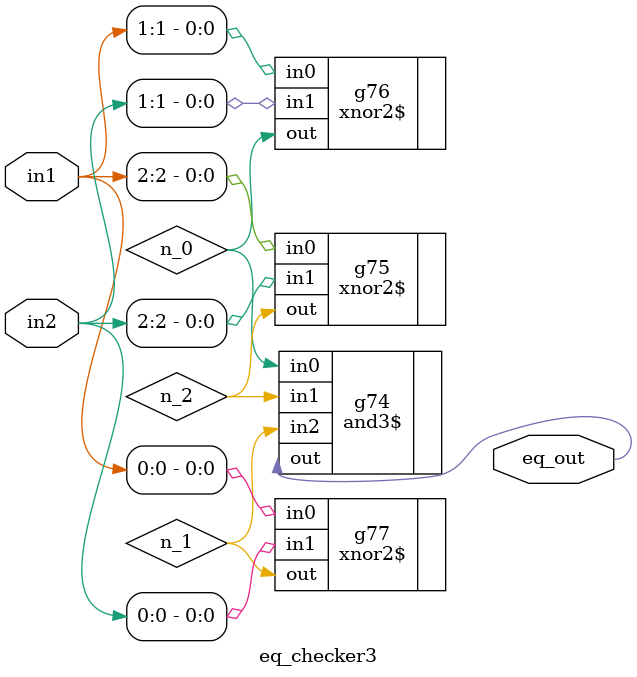
<source format=v>


// Verification Directory fv/eq_checker 

module eq_checker3(in1, in2, eq_out);
  input [2:0] in1, in2;
  output eq_out;
  wire [2:0] in1, in2;
  wire eq_out;
  wire n_0, n_1, n_2;
  and3$ g74(.in0 (n_0), .in1 (n_2), .in2 (n_1), .out (eq_out));
  xnor2$ g75(.in0 (in1[2]), .in1 (in2[2]), .out (n_2));
  xnor2$ g77(.in0 (in1[0]), .in1 (in2[0]), .out (n_1));
  xnor2$ g76(.in0 (in1[1]), .in1 (in2[1]), .out (n_0));
endmodule


</source>
